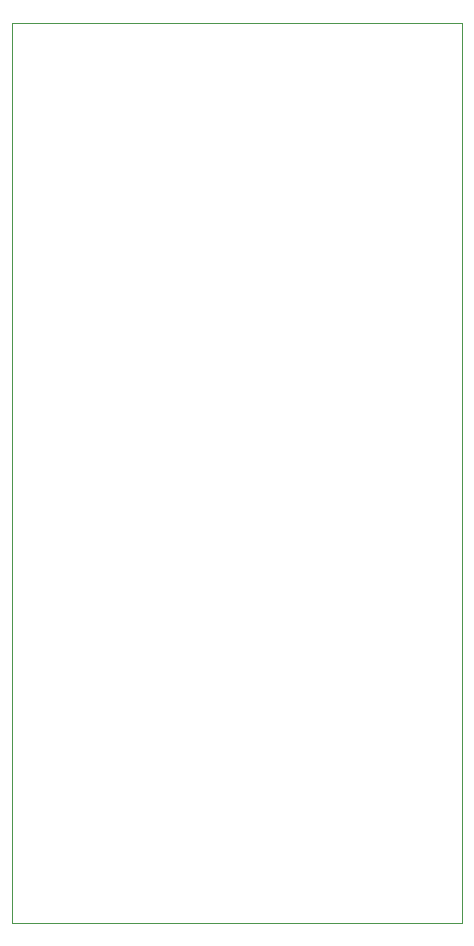
<source format=gbr>
%TF.GenerationSoftware,KiCad,Pcbnew,7.0.9*%
%TF.CreationDate,2023-11-29T15:21:19-05:00*%
%TF.ProjectId,Foodinator,466f6f64-696e-4617-946f-722e6b696361,rev?*%
%TF.SameCoordinates,Original*%
%TF.FileFunction,Profile,NP*%
%FSLAX46Y46*%
G04 Gerber Fmt 4.6, Leading zero omitted, Abs format (unit mm)*
G04 Created by KiCad (PCBNEW 7.0.9) date 2023-11-29 15:21:19*
%MOMM*%
%LPD*%
G01*
G04 APERTURE LIST*
%TA.AperFunction,Profile*%
%ADD10C,0.100000*%
%TD*%
G04 APERTURE END LIST*
D10*
X129540000Y-132080000D02*
X129540000Y-55880000D01*
X91440000Y-55880000D02*
X91440000Y-132080000D01*
X129540000Y-55880000D02*
X91440000Y-55880000D01*
X91440000Y-132080000D02*
X129540000Y-132080000D01*
M02*

</source>
